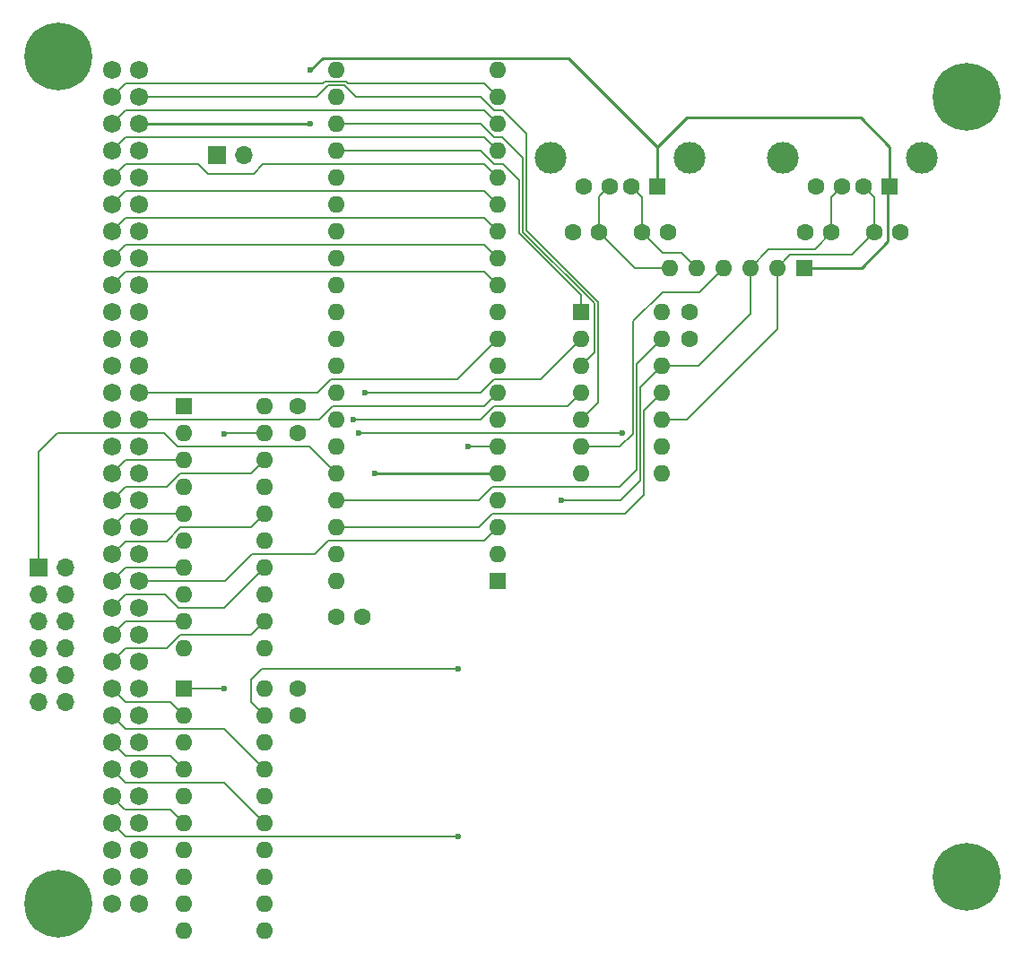
<source format=gtl>
G04 #@! TF.GenerationSoftware,KiCad,Pcbnew,5.1.7*
G04 #@! TF.CreationDate,2020-11-27T22:44:02-08:00*
G04 #@! TF.ProjectId,PC104-8042KBD,50433130-342d-4383-9034-324b42442e6b,rev?*
G04 #@! TF.SameCoordinates,Original*
G04 #@! TF.FileFunction,Copper,L1,Top*
G04 #@! TF.FilePolarity,Positive*
%FSLAX46Y46*%
G04 Gerber Fmt 4.6, Leading zero omitted, Abs format (unit mm)*
G04 Created by KiCad (PCBNEW 5.1.7) date 2020-11-27 22:44:02*
%MOMM*%
%LPD*%
G01*
G04 APERTURE LIST*
G04 #@! TA.AperFunction,ComponentPad*
%ADD10O,1.600000X1.600000*%
G04 #@! TD*
G04 #@! TA.AperFunction,ComponentPad*
%ADD11R,1.600000X1.600000*%
G04 #@! TD*
G04 #@! TA.AperFunction,ComponentPad*
%ADD12C,1.600000*%
G04 #@! TD*
G04 #@! TA.AperFunction,ComponentPad*
%ADD13O,1.700000X1.700000*%
G04 #@! TD*
G04 #@! TA.AperFunction,ComponentPad*
%ADD14R,1.700000X1.700000*%
G04 #@! TD*
G04 #@! TA.AperFunction,ComponentPad*
%ADD15R,1.600000X1.500000*%
G04 #@! TD*
G04 #@! TA.AperFunction,ComponentPad*
%ADD16C,3.000000*%
G04 #@! TD*
G04 #@! TA.AperFunction,ComponentPad*
%ADD17C,6.400000*%
G04 #@! TD*
G04 #@! TA.AperFunction,ComponentPad*
%ADD18C,1.720000*%
G04 #@! TD*
G04 #@! TA.AperFunction,ViaPad*
%ADD19C,0.600000*%
G04 #@! TD*
G04 #@! TA.AperFunction,Conductor*
%ADD20C,0.152400*%
G04 #@! TD*
G04 #@! TA.AperFunction,Conductor*
%ADD21C,0.250000*%
G04 #@! TD*
G04 APERTURE END LIST*
D10*
X163766500Y-80962500D03*
X166306500Y-80962500D03*
X168846500Y-80962500D03*
X171386500Y-80962500D03*
X173926500Y-80962500D03*
D11*
X176466500Y-80962500D03*
D12*
X165671500Y-87653500D03*
X165671500Y-85153500D03*
X134770500Y-113919000D03*
X132270500Y-113919000D03*
X128651000Y-123213500D03*
X128651000Y-120713500D03*
X128651000Y-96543500D03*
X128651000Y-94043500D03*
X154624400Y-77609700D03*
X157124400Y-77609700D03*
D13*
X123571000Y-70294500D03*
D14*
X121031000Y-70294500D03*
D12*
X177546240Y-73273920D03*
X180046240Y-73273920D03*
X182046240Y-73273920D03*
D15*
X184546240Y-73273920D03*
D16*
X174476240Y-70563920D03*
X187616240Y-70563920D03*
D13*
X106680000Y-121983500D03*
X104140000Y-121983500D03*
X106680000Y-119443500D03*
X104140000Y-119443500D03*
X106680000Y-116903500D03*
X104140000Y-116903500D03*
X106680000Y-114363500D03*
X104140000Y-114363500D03*
X106680000Y-111823500D03*
X104140000Y-111823500D03*
X106680000Y-109283500D03*
D14*
X104140000Y-109283500D03*
D10*
X125511560Y-120700800D03*
X117891560Y-143560800D03*
X125511560Y-123240800D03*
X117891560Y-141020800D03*
X125511560Y-125780800D03*
X117891560Y-138480800D03*
X125511560Y-128320800D03*
X117891560Y-135940800D03*
X125511560Y-130860800D03*
X117891560Y-133400800D03*
X125511560Y-133400800D03*
X117891560Y-130860800D03*
X125511560Y-135940800D03*
X117891560Y-128320800D03*
X125511560Y-138480800D03*
X117891560Y-125780800D03*
X125511560Y-141020800D03*
X117891560Y-123240800D03*
X125511560Y-143560800D03*
D11*
X117891560Y-120700800D03*
D10*
X125516640Y-94061280D03*
X117896640Y-116921280D03*
X125516640Y-96601280D03*
X117896640Y-114381280D03*
X125516640Y-99141280D03*
X117896640Y-111841280D03*
X125516640Y-101681280D03*
X117896640Y-109301280D03*
X125516640Y-104221280D03*
X117896640Y-106761280D03*
X125516640Y-106761280D03*
X117896640Y-104221280D03*
X125516640Y-109301280D03*
X117896640Y-101681280D03*
X125516640Y-111841280D03*
X117896640Y-99141280D03*
X125516640Y-114381280D03*
X117896640Y-96601280D03*
X125516640Y-116921280D03*
D11*
X117896640Y-94061280D03*
X155384500Y-85153500D03*
D10*
X163004500Y-100393500D03*
X155384500Y-87693500D03*
X163004500Y-97853500D03*
X155384500Y-90233500D03*
X163004500Y-95313500D03*
X155384500Y-92773500D03*
X163004500Y-92773500D03*
X155384500Y-95313500D03*
X163004500Y-90233500D03*
X155384500Y-97853500D03*
X163004500Y-87693500D03*
X155384500Y-100393500D03*
X163004500Y-85153500D03*
D12*
X183051960Y-77645260D03*
X185551960Y-77645260D03*
X176550440Y-77645260D03*
X179050440Y-77645260D03*
X161147760Y-77609700D03*
X163647760Y-77609700D03*
X155620960Y-73263760D03*
X158120960Y-73263760D03*
X160120960Y-73263760D03*
D15*
X162620960Y-73263760D03*
D16*
X152550960Y-70553760D03*
X165690960Y-70553760D03*
D10*
X132270500Y-110553500D03*
X147510500Y-62293500D03*
X132270500Y-108013500D03*
X147510500Y-64833500D03*
X132270500Y-105473500D03*
X147510500Y-67373500D03*
X132270500Y-102933500D03*
X147510500Y-69913500D03*
X132270500Y-100393500D03*
X147510500Y-72453500D03*
X132270500Y-97853500D03*
X147510500Y-74993500D03*
X132270500Y-95313500D03*
X147510500Y-77533500D03*
X132270500Y-92773500D03*
X147510500Y-80073500D03*
X132270500Y-90233500D03*
X147510500Y-82613500D03*
X132270500Y-87693500D03*
X147510500Y-85153500D03*
X132270500Y-85153500D03*
X147510500Y-87693500D03*
X132270500Y-82613500D03*
X147510500Y-90233500D03*
X132270500Y-80073500D03*
X147510500Y-92773500D03*
X132270500Y-77533500D03*
X147510500Y-95313500D03*
X132270500Y-74993500D03*
X147510500Y-97853500D03*
X132270500Y-72453500D03*
X147510500Y-100393500D03*
X132270500Y-69913500D03*
X147510500Y-102933500D03*
X132270500Y-67373500D03*
X147510500Y-105473500D03*
X132270500Y-64833500D03*
X147510500Y-108013500D03*
X132270500Y-62293500D03*
D11*
X147510500Y-110553500D03*
D17*
X191770000Y-138493500D03*
X191770000Y-64833500D03*
X106045000Y-141033500D03*
X106045000Y-61023500D03*
D18*
X113665000Y-141033500D03*
X113665000Y-138493500D03*
X113665000Y-135953500D03*
X113665000Y-133413500D03*
X113665000Y-130873500D03*
X113665000Y-128333500D03*
X113665000Y-125793500D03*
X113665000Y-123253500D03*
X113665000Y-120713500D03*
X113665000Y-118173500D03*
X113665000Y-115633500D03*
X113665000Y-113093500D03*
X113665000Y-110553500D03*
X113665000Y-108013500D03*
X113665000Y-105473500D03*
X113665000Y-102933500D03*
X113665000Y-100393500D03*
X113665000Y-97853500D03*
X113665000Y-95313500D03*
X113665000Y-92773500D03*
X113665000Y-90233500D03*
X113665000Y-87693500D03*
X113665000Y-85153500D03*
X113665000Y-82613500D03*
X113665000Y-80073500D03*
X113665000Y-77533500D03*
X113665000Y-74993500D03*
X113665000Y-72453500D03*
X113665000Y-69913500D03*
X113665000Y-67373500D03*
X113665000Y-64833500D03*
X113665000Y-62293500D03*
X111125000Y-141033500D03*
X111125000Y-138493500D03*
X111125000Y-135953500D03*
X111125000Y-133413500D03*
X111125000Y-130873500D03*
X111125000Y-128333500D03*
X111125000Y-125793500D03*
X111125000Y-123253500D03*
X111125000Y-120713500D03*
X111125000Y-118173500D03*
X111125000Y-115633500D03*
X111125000Y-113093500D03*
X111125000Y-110553500D03*
X111125000Y-108013500D03*
X111125000Y-105473500D03*
X111125000Y-102933500D03*
X111125000Y-100393500D03*
X111125000Y-97853500D03*
X111125000Y-95313500D03*
X111125000Y-92773500D03*
X111125000Y-90233500D03*
X111125000Y-87693500D03*
X111125000Y-85153500D03*
X111125000Y-82613500D03*
X111125000Y-80073500D03*
X111125000Y-77533500D03*
X111125000Y-74993500D03*
X111125000Y-72453500D03*
X111125000Y-69913500D03*
X111125000Y-67373500D03*
X111125000Y-64833500D03*
X111125000Y-62293500D03*
D19*
X153517600Y-102920800D03*
X134434200Y-96583500D03*
X159321500Y-96583500D03*
X135010400Y-92773500D03*
X133858000Y-95313500D03*
X135890000Y-100380800D03*
X129857500Y-67373500D03*
X129857500Y-62293500D03*
X143764000Y-134683500D03*
X143764000Y-118872000D03*
X144711800Y-97853500D03*
X121716800Y-96621600D03*
X121716800Y-120700800D03*
D20*
X146240500Y-94043500D02*
X147510500Y-92773500D01*
X131947722Y-94043500D02*
X146240500Y-94043500D01*
X130677722Y-95313500D02*
X131947722Y-94043500D01*
X113665000Y-95313500D02*
X130677722Y-95313500D01*
X143700500Y-91503500D02*
X147510500Y-87693500D01*
X131762500Y-91503500D02*
X143700500Y-91503500D01*
X130492500Y-92773500D02*
X131762500Y-91503500D01*
X113665000Y-92773500D02*
X130492500Y-92773500D01*
X160296270Y-96624730D02*
X160296270Y-86020230D01*
X159067500Y-97853500D02*
X160296270Y-96624730D01*
X155384500Y-97853500D02*
X159067500Y-97853500D01*
X160296270Y-86020230D02*
X163068000Y-83248500D01*
X166560500Y-83248500D02*
X168846500Y-80962500D01*
X163068000Y-83248500D02*
X166560500Y-83248500D01*
X146240500Y-81343500D02*
X147510500Y-82613500D01*
X112395000Y-81343500D02*
X146240500Y-81343500D01*
X111125000Y-82613500D02*
X112395000Y-81343500D01*
X146240500Y-78803500D02*
X147510500Y-80073500D01*
X112395000Y-78803500D02*
X146240500Y-78803500D01*
X111125000Y-80073500D02*
X112395000Y-78803500D01*
X146240500Y-76263500D02*
X147510500Y-77533500D01*
X111125000Y-77533500D02*
X112395000Y-76263500D01*
X112395000Y-76263500D02*
X146240500Y-76263500D01*
X146240500Y-73723500D02*
X147510500Y-74993500D01*
X112395000Y-73723500D02*
X146240500Y-73723500D01*
X111125000Y-74993500D02*
X112395000Y-73723500D01*
X146240500Y-71183500D02*
X147510500Y-72453500D01*
X111125000Y-72453500D02*
X112395000Y-71183500D01*
X119253000Y-71183500D02*
X120142000Y-72072500D01*
X112395000Y-71183500D02*
X119253000Y-71183500D01*
X125349000Y-71183500D02*
X124460000Y-72072500D01*
X125349000Y-71183500D02*
X146240500Y-71183500D01*
X124460000Y-72072500D02*
X120142000Y-72072500D01*
X146240500Y-68643500D02*
X147510500Y-69913500D01*
X112395000Y-68643500D02*
X146240500Y-68643500D01*
X111125000Y-69913500D02*
X112395000Y-68643500D01*
X146240500Y-66103500D02*
X147510500Y-67373500D01*
X112395000Y-66103500D02*
X146240500Y-66103500D01*
X111125000Y-67373500D02*
X112395000Y-66103500D01*
X133413500Y-63563500D02*
X146240500Y-63563500D01*
X131194299Y-63369701D02*
X133219701Y-63369701D01*
X133219701Y-63369701D02*
X133413500Y-63563500D01*
X131000500Y-63563500D02*
X131194299Y-63369701D01*
X146240500Y-63563500D02*
X147510500Y-64833500D01*
X112395000Y-63563500D02*
X131000500Y-63563500D01*
X111125000Y-64833500D02*
X112395000Y-63563500D01*
X161353500Y-102425500D02*
X161353500Y-94424500D01*
X159588200Y-104190800D02*
X161353500Y-102425500D01*
X161353500Y-94424500D02*
X163004500Y-92773500D01*
X147015200Y-104190800D02*
X159588200Y-104190800D01*
X146815299Y-104390701D02*
X147015200Y-104190800D01*
X146815299Y-104397299D02*
X146815299Y-104390701D01*
X146812000Y-104394000D02*
X146815299Y-104397299D01*
X145732500Y-105473500D02*
X146812000Y-104394000D01*
X132270500Y-105473500D02*
X145732500Y-105473500D01*
X132270500Y-102933500D02*
X145732500Y-102933500D01*
X160648680Y-90049320D02*
X163004500Y-87693500D01*
X159054800Y-101650800D02*
X160648680Y-100056920D01*
X147015200Y-101650800D02*
X159054800Y-101650800D01*
X145732500Y-102933500D02*
X147015200Y-101650800D01*
X160648680Y-100056920D02*
X160648680Y-90049320D01*
X147187722Y-71183500D02*
X145923000Y-69918778D01*
X148018500Y-71183500D02*
X147187722Y-71183500D01*
X149542500Y-72707500D02*
X148018500Y-71183500D01*
X132275778Y-69918778D02*
X132270500Y-69913500D01*
X149542500Y-77712720D02*
X149542500Y-72707500D01*
X145923000Y-69918778D02*
X132275778Y-69918778D01*
X155384500Y-83554720D02*
X149542500Y-77712720D01*
X155384500Y-85153500D02*
X155384500Y-83554720D01*
X155384500Y-90233500D02*
X156654500Y-88963500D01*
X149894910Y-77566748D02*
X149894910Y-70583410D01*
X156654500Y-84326338D02*
X149894910Y-77566748D01*
X156654500Y-88963500D02*
X156654500Y-84326338D01*
X149894910Y-70583410D02*
X147955000Y-68643500D01*
X147187722Y-68643500D02*
X145923000Y-67378778D01*
X147955000Y-68643500D02*
X147187722Y-68643500D01*
X132275778Y-67378778D02*
X132270500Y-67373500D01*
X145923000Y-67378778D02*
X132275778Y-67378778D01*
X179050440Y-74269720D02*
X180046240Y-73273920D01*
X179050440Y-77645260D02*
X179050440Y-74269720D01*
X163004500Y-90233500D02*
X166462200Y-90233500D01*
X163004500Y-90233500D02*
X161001090Y-92236910D01*
X161001090Y-92236910D02*
X161001090Y-97282000D01*
X161001090Y-97282000D02*
X161001090Y-101076110D01*
X159156400Y-102920800D02*
X153517600Y-102920800D01*
X161001090Y-101076110D02*
X159156400Y-102920800D01*
X171386500Y-85309200D02*
X171386500Y-80962500D01*
X166462200Y-90233500D02*
X171386500Y-85309200D01*
X177465100Y-79230600D02*
X179050440Y-77645260D01*
X173118400Y-79230600D02*
X177465100Y-79230600D01*
X171386500Y-80962500D02*
X173118400Y-79230600D01*
X183051960Y-74279640D02*
X182046240Y-73273920D01*
X183051960Y-77645260D02*
X183051960Y-74279640D01*
X163004500Y-95313500D02*
X165383720Y-95313500D01*
X134434200Y-96583500D02*
X159321500Y-96583500D01*
X173926500Y-86770720D02*
X173926500Y-80962500D01*
X165383720Y-95313500D02*
X173926500Y-86770720D01*
X181021610Y-79675610D02*
X183051960Y-77645260D01*
X180941220Y-79756000D02*
X181021610Y-79675610D01*
X175133000Y-79756000D02*
X180941220Y-79756000D01*
X173926500Y-80962500D02*
X175133000Y-79756000D01*
X157124400Y-74260320D02*
X158120960Y-73263760D01*
X157124400Y-77609700D02*
X157124400Y-74260320D01*
X145917722Y-92773500D02*
X147187722Y-91503500D01*
X135010400Y-92773500D02*
X145917722Y-92773500D01*
X151574500Y-91503500D02*
X155384500Y-87693500D01*
X147187722Y-91503500D02*
X151574500Y-91503500D01*
X160477200Y-80962500D02*
X157124400Y-77609700D01*
X163766500Y-80962500D02*
X160477200Y-80962500D01*
X161147760Y-74290560D02*
X160120960Y-73263760D01*
X161147760Y-77609700D02*
X161147760Y-74290560D01*
X145917722Y-95313500D02*
X147187722Y-94043500D01*
X133858000Y-95313500D02*
X145917722Y-95313500D01*
X154114500Y-94043500D02*
X155384500Y-92773500D01*
X147187722Y-94043500D02*
X154114500Y-94043500D01*
X161147760Y-77609700D02*
X163103560Y-79565500D01*
X164909500Y-79565500D02*
X166306500Y-80962500D01*
X163103560Y-79565500D02*
X164909500Y-79565500D01*
D21*
X135902700Y-100393500D02*
X135890000Y-100380800D01*
X147510500Y-100393500D02*
X135902700Y-100393500D01*
X162620960Y-73263760D02*
X162620960Y-69535040D01*
X162620960Y-69535040D02*
X165354000Y-66802000D01*
X165354000Y-66802000D02*
X181800500Y-66802000D01*
X184546240Y-69547740D02*
X184546240Y-73273920D01*
X181800500Y-66802000D02*
X184546240Y-69547740D01*
D20*
X184546240Y-73273920D02*
X184277000Y-73543160D01*
D21*
X184546240Y-73273920D02*
X184340500Y-73479660D01*
X184340500Y-73479660D02*
X184340500Y-78486000D01*
X181864000Y-80962500D02*
X176466500Y-80962500D01*
X184340500Y-78486000D02*
X181864000Y-80962500D01*
D20*
X113665000Y-67373500D02*
X113157000Y-67373500D01*
D21*
X113665000Y-67373500D02*
X129857500Y-67373500D01*
X154254419Y-61168499D02*
X162620960Y-69535040D01*
X130982501Y-61168499D02*
X154254419Y-61168499D01*
X129857500Y-62293500D02*
X130982501Y-61168499D01*
D20*
X146240500Y-106743500D02*
X147510500Y-105473500D01*
X131508500Y-106743500D02*
X146240500Y-106743500D01*
X130238500Y-108013500D02*
X131508500Y-106743500D01*
X124333000Y-108013500D02*
X130238500Y-108013500D01*
X121793000Y-110553500D02*
X124333000Y-108013500D01*
X113665000Y-110553500D02*
X121793000Y-110553500D01*
X112395000Y-134683500D02*
X111125000Y-133413500D01*
X143764000Y-134683500D02*
X112395000Y-134683500D01*
X112261201Y-132011201D02*
X112390000Y-132140000D01*
X112261201Y-132009701D02*
X112261201Y-132011201D01*
X111125000Y-130873500D02*
X112261201Y-132009701D01*
X112390000Y-132140000D02*
X116630760Y-132140000D01*
X116630760Y-132140000D02*
X117891560Y-133400800D01*
X111125000Y-128333500D02*
X112391500Y-129600000D01*
X112391500Y-129600000D02*
X121710760Y-129600000D01*
X121710760Y-129600000D02*
X125511560Y-133400800D01*
X111125000Y-125793500D02*
X112401500Y-127070000D01*
X112401500Y-127070000D02*
X116640760Y-127070000D01*
X116640760Y-127070000D02*
X117891560Y-128320800D01*
X111125000Y-123253500D02*
X112401500Y-124530000D01*
X112401500Y-124530000D02*
X121720760Y-124530000D01*
X121720760Y-124530000D02*
X125511560Y-128320800D01*
X111125000Y-120713500D02*
X112391500Y-121980000D01*
X112391500Y-121980000D02*
X116630760Y-121980000D01*
X116630760Y-121980000D02*
X117891560Y-123240800D01*
X111125000Y-118173500D02*
X112388500Y-116910000D01*
X112388500Y-116910000D02*
X116315142Y-116910000D01*
X117575142Y-115650000D02*
X124247920Y-115650000D01*
X124247920Y-115650000D02*
X125516640Y-114381280D01*
X116315142Y-116910000D02*
X117575142Y-115650000D01*
X111125000Y-115633500D02*
X112388500Y-114370000D01*
X112388500Y-114370000D02*
X117885360Y-114370000D01*
X117885360Y-114370000D02*
X117896640Y-114381280D01*
X111125000Y-113093500D02*
X112395000Y-111823500D01*
X112395000Y-111823500D02*
X116078000Y-111823500D01*
X116078000Y-111823500D02*
X117348000Y-113093500D01*
X121724420Y-113093500D02*
X125516640Y-109301280D01*
X117348000Y-113093500D02*
X121724420Y-113093500D01*
X111125000Y-110553500D02*
X112378500Y-109300000D01*
X112378500Y-109300000D02*
X117895360Y-109300000D01*
X117895360Y-109300000D02*
X117896640Y-109301280D01*
X112358500Y-106780000D02*
X116285142Y-106780000D01*
X111125000Y-108013500D02*
X112358500Y-106780000D01*
X116285142Y-106780000D02*
X117575142Y-105490000D01*
X117575142Y-105490000D02*
X124247920Y-105490000D01*
X124247920Y-105490000D02*
X125516640Y-104221280D01*
X111125000Y-105473500D02*
X112398500Y-104200000D01*
X112398500Y-104200000D02*
X117875360Y-104200000D01*
X117875360Y-104200000D02*
X117896640Y-104221280D01*
X111125000Y-102933500D02*
X112378500Y-101680000D01*
X112378500Y-101680000D02*
X116305142Y-101680000D01*
X117575142Y-100410000D02*
X124247920Y-100410000D01*
X124247920Y-100410000D02*
X125516640Y-99141280D01*
X116305142Y-101680000D02*
X117575142Y-100410000D01*
X111125000Y-100393500D02*
X112398500Y-99120000D01*
X112398500Y-99120000D02*
X117875360Y-99120000D01*
X117875360Y-99120000D02*
X117896640Y-99141280D01*
X125511560Y-123240800D02*
X124206000Y-121935240D01*
X125222000Y-118872000D02*
X143764000Y-118872000D01*
X124206000Y-119888000D02*
X125222000Y-118872000D01*
X124206000Y-121935240D02*
X124206000Y-119888000D01*
X147510500Y-97853500D02*
X144711800Y-97853500D01*
X121737120Y-96601280D02*
X121716800Y-96621600D01*
X125516640Y-96601280D02*
X121737120Y-96601280D01*
X121716800Y-120700800D02*
X117891560Y-120700800D01*
X116014500Y-96583500D02*
X117284500Y-97853500D01*
X129730500Y-97853500D02*
X132270500Y-100393500D01*
X117284500Y-97853500D02*
X129730500Y-97853500D01*
X105918000Y-96583500D02*
X104140000Y-98361500D01*
X105918000Y-96583500D02*
X116014500Y-96583500D01*
X104140000Y-98361500D02*
X104140000Y-98361500D01*
X104140000Y-98361500D02*
X104140000Y-98361500D01*
X104140000Y-98361500D02*
X104140000Y-109283500D01*
X113665000Y-64833500D02*
X130441700Y-64833500D01*
X131517901Y-63757299D02*
X133048499Y-63757299D01*
X130441700Y-64833500D02*
X131517901Y-63757299D01*
X133048499Y-63757299D02*
X134112000Y-64820800D01*
X134112000Y-64820800D02*
X145948400Y-64820800D01*
X145948400Y-64820800D02*
X147218400Y-66090800D01*
X147218400Y-66090800D02*
X148031200Y-66090800D01*
X150266400Y-68326000D02*
X150266400Y-77439856D01*
X148031200Y-66090800D02*
X150266400Y-68326000D01*
X157006910Y-93691090D02*
X155384500Y-95313500D01*
X157006910Y-84180365D02*
X157006910Y-93691090D01*
X150266400Y-77439856D02*
X157006910Y-84180365D01*
M02*

</source>
